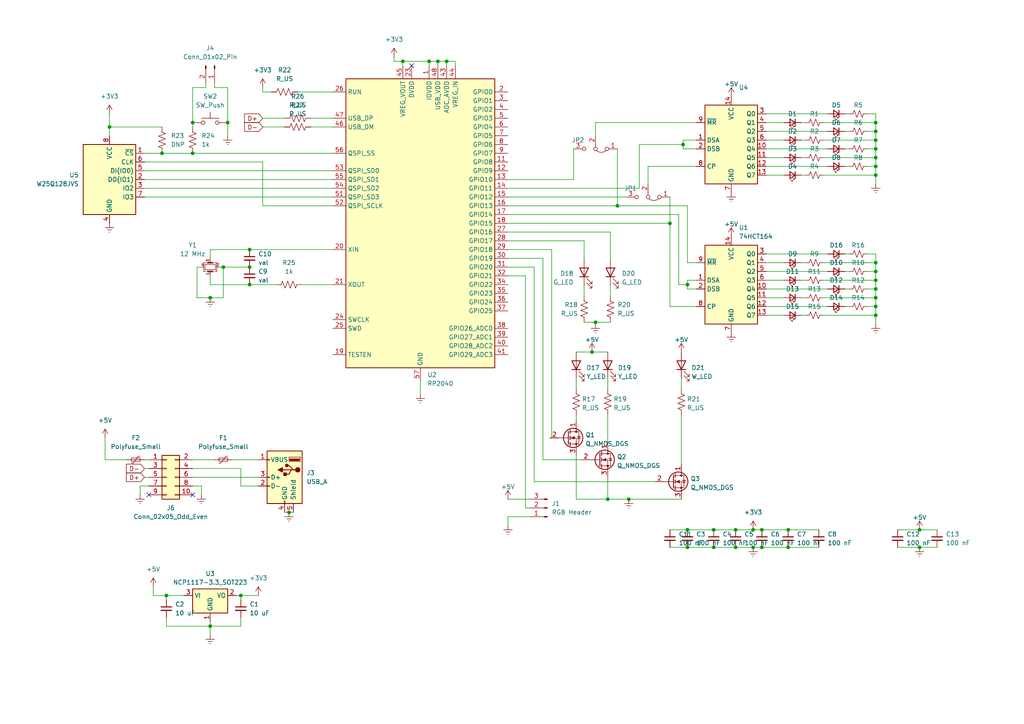
<source format=kicad_sch>
(kicad_sch (version 20230121) (generator eeschema)
  (paper "A4")
  (lib_symbols
    (symbol "74xx:74HCT164"
      (property "Reference" "U" (at 1.905 -13.97 0))
      (property "Value" "74HCT164" (at 1.905 -16.51 0))
      (symbol "74HCT164_1_1"
        (pin input line (at -10.16 0 0) (length 2.54) (name "DSA") (number "1"))
        (pin output line (at 10.16 -2.54 180) (length 2.54) (name "Q4") (number "10"))
        (pin output line (at 10.16 -5.08 180) (length 2.54) (name "Q5") (number "11"))
        (pin output line (at 10.16 -7.62 180) (length 2.54) (name "Q6") (number "12"))
        (pin output line (at 10.16 -10.16 180) (length 2.54) (name "Q7") (number "13"))
        (pin power_in line (at 0 12.7 270) (length 2.54) (name "VCC") (number "14"))
        (pin input line (at -10.16 -2.54 0) (length 2.54) (name "DSB") (number "2"))
        (pin output line (at 10.16 7.62 180) (length 2.54) (name "Q0") (number "3"))
        (pin output line (at 10.16 5.08 180) (length 2.54) (name "Q1") (number "4"))
        (pin output line (at 10.16 2.54 180) (length 2.54) (name "Q2") (number "5"))
        (pin output line (at 10.16 0 180) (length 2.54) (name "Q3") (number "6"))
        (pin power_in line (at 0 -15.24 90) (length 2.54) (name "GND") (number "7"))
        (pin input line (at -10.16 -7.62 0) (length 2.54) (name "CP") (number "8"))
        (pin input line (at -10.16 5.08 0) (length 2.54) (name "~{MR}") (number "9"))
      )
    )
    (symbol "Connector:Conn_01x02_Pin" (pin_names (offset 1.016) hide)
      (property "Reference" "J" (at 0 2.54 0))
      (property "Value" "Conn_01x02_Pin" (at 0 -5.08 0))
      (symbol "Conn_01x02_Pin_1_1"
        (pin passive line (at 5.08 0 180) (length 3.81) (name "Pin_1") (number "1"))
        (pin passive line (at 5.08 -2.54 180) (length 3.81) (name "Pin_2") (number "2"))
      )
    )
    (symbol "Connector:Conn_01x03_Pin" (pin_names (offset 1.016) hide)
      (property "Reference" "J" (at 0 5.08 0))
      (property "Value" "Conn_01x03_Pin" (at 0 -5.08 0))
      (symbol "Conn_01x03_Pin_1_1"
        (pin passive line (at 5.08 2.54 180) (length 3.81) (name "Pin_1") (number "1"))
        (pin passive line (at 5.08 0 180) (length 3.81) (name "Pin_2") (number "2"))
        (pin passive line (at 5.08 -2.54 180) (length 3.81) (name "Pin_3") (number "3"))
      )
    )
    (symbol "Connector:USB_A" (pin_names (offset 1.016))
      (property "Reference" "J" (at -5.08 11.43 0))
      (property "Value" "USB_A" (at -5.08 8.89 0))
      (symbol "USB_A_1_1"
        (pin power_in line (at 7.62 5.08 180) (length 2.54) (name "VBUS") (number "1"))
        (pin bidirectional line (at 7.62 -2.54 180) (length 2.54) (name "D-") (number "2"))
        (pin bidirectional line (at 7.62 0 180) (length 2.54) (name "D+") (number "3"))
        (pin power_in line (at 0 -10.16 90) (length 2.54) (name "GND") (number "4"))
        (pin passive line (at -2.54 -10.16 90) (length 2.54) (name "Shield") (number "5"))
      )
    )
    (symbol "Connector_Generic:Conn_02x05_Odd_Even" (pin_names (offset 1.016) hide)
      (property "Reference" "J" (at 1.27 7.62 0))
      (property "Value" "Conn_02x05_Odd_Even" (at 1.27 -7.62 0))
      (symbol "Conn_02x05_Odd_Even_1_1"
        (pin passive line (at -5.08 5.08 0) (length 3.81) (name "Pin_1") (number "1"))
        (pin passive line (at 7.62 -5.08 180) (length 3.81) (name "Pin_10") (number "10"))
        (pin passive line (at 7.62 5.08 180) (length 3.81) (name "Pin_2") (number "2"))
        (pin passive line (at -5.08 2.54 0) (length 3.81) (name "Pin_3") (number "3"))
        (pin passive line (at 7.62 2.54 180) (length 3.81) (name "Pin_4") (number "4"))
        (pin passive line (at -5.08 0 0) (length 3.81) (name "Pin_5") (number "5"))
        (pin passive line (at 7.62 0 180) (length 3.81) (name "Pin_6") (number "6"))
        (pin passive line (at -5.08 -2.54 0) (length 3.81) (name "Pin_7") (number "7"))
        (pin passive line (at 7.62 -2.54 180) (length 3.81) (name "Pin_8") (number "8"))
        (pin passive line (at -5.08 -5.08 0) (length 3.81) (name "Pin_9") (number "9"))
      )
    )
    (symbol "Device:C_Small" (pin_numbers hide) (pin_names (offset 0.254) hide)
      (property "Reference" "C" (at 0.254 1.778 0))
      (property "Value" "C_Small" (at 0.254 -2.032 0))
      (symbol "C_Small_1_1"
        (pin passive line (at 0 2.54 270) (length 2.032) (name "~") (number "1"))
        (pin passive line (at 0 -2.54 90) (length 2.032) (name "~") (number "2"))
      )
    )
    (symbol "Device:Crystal_GND24_Small" (pin_names (offset 1.016) hide)
      (property "Reference" "Y" (at 1.27 4.445 0))
      (property "Value" "Crystal_GND24_Small" (at 1.27 2.54 0))
      (symbol "Crystal_GND24_Small_1_1"
        (pin passive line (at -2.54 0 0) (length 1.27) (name "1") (number "1"))
        (pin passive line (at 0 -2.54 90) (length 0.635) (name "2") (number "2"))
        (pin passive line (at 2.54 0 180) (length 1.27) (name "3") (number "3"))
        (pin passive line (at 0 2.54 270) (length 0.635) (name "4") (number "4"))
      )
    )
    (symbol "Device:LED" (pin_numbers hide) (pin_names (offset 1.016) hide)
      (property "Reference" "D" (at 0 2.54 0))
      (property "Value" "LED" (at 0 -2.54 0))
      (symbol "LED_1_1"
        (pin passive line (at -3.81 0 0) (length 2.54) (name "K") (number "1"))
        (pin passive line (at 3.81 0 180) (length 2.54) (name "A") (number "2"))
      )
    )
    (symbol "Device:LED_Small" (pin_numbers hide) (pin_names (offset 0.254) hide)
      (property "Reference" "D" (at -1.27 3.175 0))
      (property "Value" "LED_Small" (at -4.445 -2.54 0))
      (symbol "LED_Small_1_1"
        (pin passive line (at -2.54 0 0) (length 1.778) (name "K") (number "1"))
        (pin passive line (at 2.54 0 180) (length 1.778) (name "A") (number "2"))
      )
    )
    (symbol "Device:Polyfuse_Small" (pin_numbers hide) (pin_names (offset 0))
      (property "Reference" "F" (at -1.905 0 90))
      (property "Value" "Polyfuse_Small" (at 1.905 0 90))
      (symbol "Polyfuse_Small_1_1"
        (pin passive line (at 0 2.54 270) (length 0.635) (name "~") (number "1"))
        (pin passive line (at 0 -2.54 90) (length 0.635) (name "~") (number "2"))
      )
    )
    (symbol "Device:Q_NMOS_DGS" (pin_names (offset 0) hide)
      (property "Reference" "Q" (at 5.08 1.27 0))
      (property "Value" "Q_NMOS_DGS" (at 5.08 -1.27 0))
      (symbol "Q_NMOS_DGS_1_1"
        (pin passive line (at 2.54 5.08 270) (length 2.54) (name "D") (number "1"))
        (pin input line (at -5.08 0 0) (length 2.54) (name "G") (number "2"))
        (pin passive line (at 2.54 -5.08 90) (length 2.54) (name "S") (number "3"))
      )
    )
    (symbol "Device:R_Small_US" (pin_numbers hide) (pin_names (offset 0.254) hide)
      (property "Reference" "R" (at 0.762 0.508 0))
      (property "Value" "R_Small_US" (at 0.762 -1.016 0))
      (symbol "R_Small_US_1_1"
        (pin passive line (at 0 2.54 270) (length 1.016) (name "~") (number "1"))
        (pin passive line (at 0 -2.54 90) (length 1.016) (name "~") (number "2"))
      )
    )
    (symbol "Device:R_US" (pin_numbers hide) (pin_names (offset 0))
      (property "Reference" "R" (at 2.54 0 90))
      (property "Value" "R_US" (at -2.54 0 90))
      (symbol "R_US_1_1"
        (pin passive line (at 0 3.81 270) (length 1.27) (name "~") (number "1"))
        (pin passive line (at 0 -3.81 90) (length 1.27) (name "~") (number "2"))
      )
    )
    (symbol "Jumper:Jumper_3_Bridged12" (pin_names (offset 0) hide)
      (property "Reference" "JP" (at -2.54 -2.54 0))
      (property "Value" "Jumper_3_Bridged12" (at 0 2.794 0))
      (symbol "Jumper_3_Bridged12_1_1"
        (pin passive line (at -6.35 0 0) (length 2.54) (name "A") (number "1"))
        (pin passive line (at 0 -3.81 90) (length 2.54) (name "C") (number "2"))
        (pin passive line (at 6.35 0 180) (length 2.54) (name "B") (number "3"))
      )
    )
    (symbol "MCU_RaspberryPi:RP2040"
      (property "Reference" "U" (at 17.78 45.72 0))
      (property "Value" "RP2040" (at 17.78 43.18 0))
      (symbol "RP2040_1_1"
        (pin power_in line (at 2.54 45.72 270) (length 3.81) (name "IOVDD") (number "1"))
        (pin passive line (at 2.54 45.72 270) (length 3.81) hide (name "IOVDD") (number "10"))
        (pin bidirectional line (at 25.4 17.78 180) (length 3.81) (name "GPIO8") (number "11"))
        (pin bidirectional line (at 25.4 15.24 180) (length 3.81) (name "GPIO9") (number "12"))
        (pin bidirectional line (at 25.4 12.7 180) (length 3.81) (name "GPIO10") (number "13"))
        (pin bidirectional line (at 25.4 10.16 180) (length 3.81) (name "GPIO11") (number "14"))
        (pin bidirectional line (at 25.4 7.62 180) (length 3.81) (name "GPIO12") (number "15"))
        (pin bidirectional line (at 25.4 5.08 180) (length 3.81) (name "GPIO13") (number "16"))
        (pin bidirectional line (at 25.4 2.54 180) (length 3.81) (name "GPIO14") (number "17"))
        (pin bidirectional line (at 25.4 0 180) (length 3.81) (name "GPIO15") (number "18"))
        (pin input line (at -25.4 -38.1 0) (length 3.81) (name "TESTEN") (number "19"))
        (pin bidirectional line (at 25.4 38.1 180) (length 3.81) (name "GPIO0") (number "2"))
        (pin input line (at -25.4 -7.62 0) (length 3.81) (name "XIN") (number "20"))
        (pin passive line (at -25.4 -17.78 0) (length 3.81) (name "XOUT") (number "21"))
        (pin passive line (at 2.54 45.72 270) (length 3.81) hide (name "IOVDD") (number "22"))
        (pin power_in line (at -2.54 45.72 270) (length 3.81) (name "DVDD") (number "23"))
        (pin output line (at -25.4 -27.94 0) (length 3.81) (name "SWCLK") (number "24"))
        (pin bidirectional line (at -25.4 -30.48 0) (length 3.81) (name "SWD") (number "25"))
        (pin input line (at -25.4 38.1 0) (length 3.81) (name "RUN") (number "26"))
        (pin bidirectional line (at 25.4 -2.54 180) (length 3.81) (name "GPIO16") (number "27"))
        (pin bidirectional line (at 25.4 -5.08 180) (length 3.81) (name "GPIO17") (number "28"))
        (pin bidirectional line (at 25.4 -7.62 180) (length 3.81) (name "GPIO18") (number "29"))
        (pin bidirectional line (at 25.4 35.56 180) (length 3.81) (name "GPIO1") (number "3"))
        (pin bidirectional line (at 25.4 -10.16 180) (length 3.81) (name "GPIO19") (number "30"))
        (pin bidirectional line (at 25.4 -12.7 180) (length 3.81) (name "GPIO20") (number "31"))
        (pin bidirectional line (at 25.4 -15.24 180) (length 3.81) (name "GPIO21") (number "32"))
        (pin passive line (at 2.54 45.72 270) (length 3.81) hide (name "IOVDD") (number "33"))
        (pin bidirectional line (at 25.4 -17.78 180) (length 3.81) (name "GPIO22") (number "34"))
        (pin bidirectional line (at 25.4 -20.32 180) (length 3.81) (name "GPIO23") (number "35"))
        (pin bidirectional line (at 25.4 -22.86 180) (length 3.81) (name "GPIO24") (number "36"))
        (pin bidirectional line (at 25.4 -25.4 180) (length 3.81) (name "GPIO25") (number "37"))
        (pin bidirectional line (at 25.4 -30.48 180) (length 3.81) (name "GPIO26_ADC0") (number "38"))
        (pin bidirectional line (at 25.4 -33.02 180) (length 3.81) (name "GPIO27_ADC1") (number "39"))
        (pin bidirectional line (at 25.4 33.02 180) (length 3.81) (name "GPIO2") (number "4"))
        (pin bidirectional line (at 25.4 -35.56 180) (length 3.81) (name "GPIO28_ADC2") (number "40"))
        (pin bidirectional line (at 25.4 -38.1 180) (length 3.81) (name "GPIO29_ADC3") (number "41"))
        (pin passive line (at 2.54 45.72 270) (length 3.81) hide (name "IOVDD") (number "42"))
        (pin power_in line (at 7.62 45.72 270) (length 3.81) (name "ADC_AVDD") (number "43"))
        (pin power_in line (at 10.16 45.72 270) (length 3.81) (name "VREG_IN") (number "44"))
        (pin power_out line (at -5.08 45.72 270) (length 3.81) (name "VREG_VOUT") (number "45"))
        (pin bidirectional line (at -25.4 27.94 0) (length 3.81) (name "USB_DM") (number "46"))
        (pin bidirectional line (at -25.4 30.48 0) (length 3.81) (name "USB_DP") (number "47"))
        (pin power_in line (at 5.08 45.72 270) (length 3.81) (name "USB_VDD") (number "48"))
        (pin passive line (at 2.54 45.72 270) (length 3.81) hide (name "IOVDD") (number "49"))
        (pin bidirectional line (at 25.4 30.48 180) (length 3.81) (name "GPIO3") (number "5"))
        (pin passive line (at -2.54 45.72 270) (length 3.81) hide (name "DVDD") (number "50"))
        (pin bidirectional line (at -25.4 7.62 0) (length 3.81) (name "QSPI_SD3") (number "51"))
        (pin output line (at -25.4 5.08 0) (length 3.81) (name "QSPI_SCLK") (number "52"))
        (pin bidirectional line (at -25.4 15.24 0) (length 3.81) (name "QSPI_SD0") (number "53"))
        (pin bidirectional line (at -25.4 10.16 0) (length 3.81) (name "QSPI_SD2") (number "54"))
        (pin bidirectional line (at -25.4 12.7 0) (length 3.81) (name "QSPI_SD1") (number "55"))
        (pin bidirectional line (at -25.4 20.32 0) (length 3.81) (name "QSPI_SS") (number "56"))
        (pin power_in line (at 0 -45.72 90) (length 3.81) (name "GND") (number "57"))
        (pin bidirectional line (at 25.4 27.94 180) (length 3.81) (name "GPIO4") (number "6"))
        (pin bidirectional line (at 25.4 25.4 180) (length 3.81) (name "GPIO5") (number "7"))
        (pin bidirectional line (at 25.4 22.86 180) (length 3.81) (name "GPIO6") (number "8"))
        (pin bidirectional line (at 25.4 20.32 180) (length 3.81) (name "GPIO7") (number "9"))
      )
    )
    (symbol "Memory_Flash:W25Q128JVS"
      (property "Reference" "U" (at -8.89 8.89 0))
      (property "Value" "W25Q128JVS" (at 7.62 8.89 0))
      (symbol "W25Q128JVS_1_1"
        (pin input line (at -10.16 7.62 0) (length 2.54) (name "~{CS}") (number "1"))
        (pin bidirectional line (at -10.16 0 0) (length 2.54) (name "DO(IO1)") (number "2"))
        (pin bidirectional line (at -10.16 -2.54 0) (length 2.54) (name "IO2") (number "3"))
        (pin power_in line (at 0 -12.7 90) (length 2.54) (name "GND") (number "4"))
        (pin bidirectional line (at -10.16 2.54 0) (length 2.54) (name "DI(IO0)") (number "5"))
        (pin input line (at -10.16 5.08 0) (length 2.54) (name "CLK") (number "6"))
        (pin bidirectional line (at -10.16 -5.08 0) (length 2.54) (name "IO3") (number "7"))
        (pin power_in line (at 0 12.7 270) (length 2.54) (name "VCC") (number "8"))
      )
    )
    (symbol "Regulator_Linear:NCP1117-3.3_SOT223"
      (property "Reference" "U" (at -3.81 3.175 0))
      (property "Value" "NCP1117-3.3_SOT223" (at 0 3.175 0))
      (symbol "NCP1117-3.3_SOT223_1_1"
        (pin power_in line (at 0 -7.62 90) (length 2.54) (name "GND") (number "1"))
        (pin power_out line (at 7.62 0 180) (length 2.54) (name "VO") (number "2"))
        (pin power_in line (at -7.62 0 0) (length 2.54) (name "VI") (number "3"))
      )
    )
    (symbol "Switch:SW_Push" (pin_numbers hide) (pin_names (offset 1.016) hide)
      (property "Reference" "SW" (at 1.27 2.54 0))
      (property "Value" "SW_Push" (at 0 -1.524 0))
      (symbol "SW_Push_0_1"
        (pin passive line (at -5.08 0 0) (length 2.54) (name "1") (number "1"))
        (pin passive line (at 5.08 0 180) (length 2.54) (name "2") (number "2"))
      )
    )
    (symbol "power:+3V3" (power) (pin_names (offset 0))
      (property "Value" "+3V3" (at 0 3.556 0))
      (symbol "+3V3_1_1"
        (pin power_in line (at 0 0 90) (length 0) hide (name "+3V3") (number "1"))
      )
    )
    (symbol "power:+5V" (power) (pin_names (offset 0))
      (property "Value" "+5V" (at 0 3.556 0))
      (symbol "+5V_1_1"
        (pin power_in line (at 0 0 90) (length 0) hide (name "+5V") (number "1"))
      )
    )
    (symbol "power:Earth" (power) (pin_names (offset 0))
      (symbol "Earth_1_1"
        (pin power_in line (at 0 0 270) (length 0) hide (name "Earth") (number "1"))
      )
    )
  )
  (junction (at 207.01 153.67))
  (junction (at 31.75 36.83))
  (junction (at 182.372 144.78))
  (junction (at 64.77 77.47))
  (junction (at 60.96 181.61))
  (junction (at 254 88.9))
  (junction (at 72.39 77.47))
  (junction (at 172.72 93.472))
  (junction (at 254 81.28))
  (junction (at 254 86.36))
  (junction (at 254 91.44))
  (junction (at 199.39 153.67))
  (junction (at 254 76.2))
  (junction (at 66.04 35.56))
  (junction (at 72.39 72.39))
  (junction (at 228.6 153.67))
  (junction (at 254 40.64))
  (junction (at 69.85 172.72))
  (junction (at 254 43.18))
  (junction (at 254 48.26))
  (junction (at 171.704 102.108))
  (junction (at 254 35.56))
  (junction (at 116.84 17.78))
  (junction (at 60.96 86.36))
  (junction (at 207.01 158.75))
  (junction (at 46.99 44.45))
  (junction (at 124.46 17.78))
  (junction (at 254 78.74))
  (junction (at 213.36 153.67))
  (junction (at 199.39 158.75))
  (junction (at 220.98 158.75))
  (junction (at 55.88 35.56))
  (junction (at 220.98 153.67))
  (junction (at 129.54 17.78))
  (junction (at 127 17.78))
  (junction (at 266.7 153.67))
  (junction (at 213.36 158.75))
  (junction (at 218.44 158.75))
  (junction (at 266.7 158.75))
  (junction (at 228.6 158.75))
  (junction (at 176.276 144.78))
  (junction (at 55.88 44.45))
  (junction (at 218.44 153.67))
  (junction (at 254 50.8))
  (junction (at 179.07 59.69))
  (junction (at 254 38.1))
  (junction (at 254 45.72))
  (junction (at 199.39 82.55))
  (junction (at 194.31 64.77))
  (junction (at 72.39 82.55))
  (junction (at 198.12 41.91))
  (junction (at 254 83.82))
  (junction (at 83.82 148.59))
  (junction (at 48.26 172.72))
  (no_connect (at 55.88 143.51))
  (no_connect (at 43.18 143.51))
  (no_connect (at 119.38 19.05))
  (wire (pts (xy 199.39 76.2) (xy 199.39 59.69)))
  (wire (pts (xy 227.33 40.64) (xy 222.25 40.64)))
  (wire (pts (xy 62.23 25.4) (xy 62.23 24.13)))
  (wire (pts (xy 199.39 158.75) (xy 207.01 158.75)))
  (wire (pts (xy 76.2 25.4) (xy 76.2 26.67)))
  (wire (pts (xy 260.35 153.67) (xy 266.7 153.67)))
  (wire (pts (xy 197.612 109.728) (xy 197.612 112.776)))
  (wire (pts (xy 66.04 25.4) (xy 66.04 35.56)))
  (wire (pts (xy 114.3 16.51) (xy 114.3 17.78)))
  (wire (pts (xy 198.12 40.64) (xy 198.12 41.91)))
  (wire (pts (xy 60.96 82.55) (xy 60.96 80.01)))
  (wire (pts (xy 254 83.82) (xy 254 86.36)))
  (wire (pts (xy 169.418 93.472) (xy 172.72 93.472)))
  (wire (pts (xy 254 73.66) (xy 254 76.2)))
  (wire (pts (xy 114.3 17.78) (xy 116.84 17.78)))
  (wire (pts (xy 66.04 39.37) (xy 66.04 35.56)))
  (wire (pts (xy 127 17.78) (xy 127 19.05)))
  (wire (pts (xy 147.32 74.93) (xy 157.48 74.93)))
  (wire (pts (xy 64.77 77.47) (xy 72.39 77.47)))
  (wire (pts (xy 254 88.9) (xy 254 91.44)))
  (wire (pts (xy 157.48 133.35) (xy 168.656 133.35)))
  (wire (pts (xy 160.02 72.39) (xy 147.32 72.39)))
  (wire (pts (xy 194.31 57.15) (xy 194.31 64.77)))
  (wire (pts (xy 254 48.26) (xy 254 50.8)))
  (wire (pts (xy 199.39 82.55) (xy 199.39 83.82)))
  (wire (pts (xy 238.76 40.64) (xy 254 40.64)))
  (wire (pts (xy 254 91.44) (xy 254 93.98)))
  (wire (pts (xy 222.25 73.66) (xy 240.03 73.66)))
  (wire (pts (xy 166.37 43.18) (xy 166.37 52.07)))
  (wire (pts (xy 227.33 81.28) (xy 222.25 81.28)))
  (wire (pts (xy 179.07 59.69) (xy 199.39 59.69)))
  (wire (pts (xy 199.39 81.28) (xy 199.39 82.55)))
  (wire (pts (xy 48.26 172.72) (xy 48.26 173.99)))
  (wire (pts (xy 176.276 144.78) (xy 182.372 144.78)))
  (wire (pts (xy 60.96 72.39) (xy 72.39 72.39)))
  (wire (pts (xy 69.85 135.89) (xy 55.88 135.89)))
  (wire (pts (xy 194.31 88.9) (xy 194.31 64.77)))
  (wire (pts (xy 254 40.64) (xy 254 43.18)))
  (wire (pts (xy 116.84 17.78) (xy 124.46 17.78)))
  (wire (pts (xy 72.39 82.55) (xy 60.96 82.55)))
  (wire (pts (xy 227.33 86.36) (xy 222.25 86.36)))
  (wire (pts (xy 227.33 76.2) (xy 222.25 76.2)))
  (wire (pts (xy 182.372 144.78) (xy 197.612 144.78)))
  (wire (pts (xy 251.46 73.66) (xy 254 73.66)))
  (wire (pts (xy 30.48 127) (xy 30.48 133.35)))
  (wire (pts (xy 251.46 78.74) (xy 254 78.74)))
  (wire (pts (xy 232.41 81.28) (xy 233.68 81.28)))
  (wire (pts (xy 254 81.28) (xy 254 83.82)))
  (wire (pts (xy 251.46 33.02) (xy 254 33.02)))
  (wire (pts (xy 127 17.78) (xy 124.46 17.78)))
  (wire (pts (xy 201.93 76.2) (xy 199.39 76.2)))
  (wire (pts (xy 76.2 36.83) (xy 82.55 36.83)))
  (wire (pts (xy 172.72 35.56) (xy 201.93 35.56)))
  (wire (pts (xy 220.98 153.67) (xy 228.6 153.67)))
  (wire (pts (xy 197.612 120.396) (xy 197.612 134.62)))
  (wire (pts (xy 147.32 62.23) (xy 196.85 62.23)))
  (wire (pts (xy 185.42 41.91) (xy 185.42 54.61)))
  (wire (pts (xy 69.85 172.72) (xy 74.93 172.72)))
  (wire (pts (xy 60.96 181.61) (xy 69.85 181.61)))
  (wire (pts (xy 72.39 72.39) (xy 96.52 72.39)))
  (wire (pts (xy 76.2 34.29) (xy 82.55 34.29)))
  (wire (pts (xy 198.12 43.18) (xy 198.12 41.91)))
  (wire (pts (xy 232.41 35.56) (xy 233.68 35.56)))
  (wire (pts (xy 177.038 75.184) (xy 177.038 67.31)))
  (wire (pts (xy 57.15 77.47) (xy 57.15 86.36)))
  (wire (pts (xy 266.7 158.75) (xy 271.78 158.75)))
  (wire (pts (xy 82.55 148.59) (xy 83.82 148.59)))
  (wire (pts (xy 147.32 57.15) (xy 181.61 57.15)))
  (wire (pts (xy 172.72 93.472) (xy 177.038 93.472)))
  (wire (pts (xy 66.04 25.4) (xy 62.23 25.4)))
  (wire (pts (xy 147.32 144.78) (xy 153.67 144.78)))
  (wire (pts (xy 187.96 53.34) (xy 187.96 48.26)))
  (wire (pts (xy 147.32 80.01) (xy 152.4 80.01)))
  (wire (pts (xy 76.2 59.69) (xy 76.2 46.99)))
  (wire (pts (xy 176.276 138.43) (xy 176.276 144.78)))
  (wire (pts (xy 227.33 91.44) (xy 222.25 91.44)))
  (wire (pts (xy 254 91.44) (xy 238.76 91.44)))
  (wire (pts (xy 194.31 153.67) (xy 199.39 153.67)))
  (wire (pts (xy 59.69 25.4) (xy 55.88 25.4)))
  (wire (pts (xy 55.88 138.43) (xy 74.93 138.43)))
  (wire (pts (xy 254 86.36) (xy 254 88.9)))
  (wire (pts (xy 254 76.2) (xy 254 78.74)))
  (wire (pts (xy 227.33 45.72) (xy 222.25 45.72)))
  (wire (pts (xy 160.02 72.39) (xy 160.02 127)))
  (wire (pts (xy 222.25 78.74) (xy 240.03 78.74)))
  (wire (pts (xy 44.45 172.72) (xy 48.26 172.72)))
  (wire (pts (xy 260.35 158.75) (xy 266.7 158.75)))
  (wire (pts (xy 76.2 26.67) (xy 78.74 26.67)))
  (wire (pts (xy 254 33.02) (xy 254 35.56)))
  (wire (pts (xy 87.63 82.55) (xy 96.52 82.55)))
  (wire (pts (xy 69.85 181.61) (xy 69.85 179.07)))
  (wire (pts (xy 196.85 62.23) (xy 196.85 82.55)))
  (wire (pts (xy 227.33 50.8) (xy 222.25 50.8)))
  (wire (pts (xy 213.36 158.75) (xy 218.44 158.75)))
  (wire (pts (xy 55.88 133.35) (xy 62.23 133.35)))
  (wire (pts (xy 132.08 17.78) (xy 132.08 19.05)))
  (wire (pts (xy 238.76 86.36) (xy 254 86.36)))
  (wire (pts (xy 187.96 48.26) (xy 201.93 48.26)))
  (wire (pts (xy 80.01 82.55) (xy 72.39 82.55)))
  (wire (pts (xy 166.37 52.07) (xy 147.32 52.07)))
  (wire (pts (xy 55.88 140.97) (xy 58.42 140.97)))
  (wire (pts (xy 64.77 86.36) (xy 60.96 86.36)))
  (wire (pts (xy 218.44 153.67) (xy 220.98 153.67)))
  (wire (pts (xy 251.46 43.18) (xy 254 43.18)))
  (wire (pts (xy 129.54 17.78) (xy 127 17.78)))
  (wire (pts (xy 154.94 77.47) (xy 147.32 77.47)))
  (wire (pts (xy 116.84 17.78) (xy 116.84 19.05)))
  (wire (pts (xy 222.25 33.02) (xy 240.03 33.02)))
  (wire (pts (xy 147.32 59.69) (xy 179.07 59.69)))
  (wire (pts (xy 74.93 140.97) (xy 69.85 140.97)))
  (wire (pts (xy 254 45.72) (xy 254 48.26)))
  (wire (pts (xy 147.32 149.86) (xy 153.67 149.86)))
  (wire (pts (xy 177.038 67.31) (xy 147.32 67.31)))
  (wire (pts (xy 41.91 44.45) (xy 46.99 44.45)))
  (wire (pts (xy 167.132 102.108) (xy 171.704 102.108)))
  (wire (pts (xy 43.18 133.35) (xy 41.91 133.35)))
  (wire (pts (xy 245.11 73.66) (xy 246.38 73.66)))
  (wire (pts (xy 222.25 38.1) (xy 240.03 38.1)))
  (wire (pts (xy 207.01 158.75) (xy 213.36 158.75)))
  (wire (pts (xy 55.88 35.56) (xy 55.88 36.83)))
  (wire (pts (xy 96.52 59.69) (xy 76.2 59.69)))
  (wire (pts (xy 60.96 180.34) (xy 60.96 181.61)))
  (wire (pts (xy 245.11 78.74) (xy 246.38 78.74)))
  (wire (pts (xy 238.76 81.28) (xy 254 81.28)))
  (wire (pts (xy 167.132 144.78) (xy 176.276 144.78)))
  (wire (pts (xy 160.02 127) (xy 159.512 127)))
  (wire (pts (xy 232.41 86.36) (xy 233.68 86.36)))
  (wire (pts (xy 152.4 80.01) (xy 152.4 147.32)))
  (wire (pts (xy 220.98 158.75) (xy 228.6 158.75)))
  (wire (pts (xy 59.69 24.13) (xy 59.69 25.4)))
  (wire (pts (xy 147.32 152.4) (xy 147.32 149.86)))
  (wire (pts (xy 41.91 54.61) (xy 96.52 54.61)))
  (wire (pts (xy 218.44 158.75) (xy 220.98 158.75)))
  (wire (pts (xy 222.25 88.9) (xy 240.03 88.9)))
  (wire (pts (xy 69.85 140.97) (xy 69.85 135.89)))
  (wire (pts (xy 198.12 41.91) (xy 185.42 41.91)))
  (wire (pts (xy 245.11 83.82) (xy 246.38 83.82)))
  (wire (pts (xy 222.25 43.18) (xy 240.03 43.18)))
  (wire (pts (xy 176.276 120.396) (xy 176.276 128.27)))
  (wire (pts (xy 124.46 17.78) (xy 124.46 19.05)))
  (wire (pts (xy 232.41 50.8) (xy 233.68 50.8)))
  (wire (pts (xy 227.33 35.56) (xy 222.25 35.56)))
  (wire (pts (xy 83.82 148.59) (xy 85.09 148.59)))
  (wire (pts (xy 194.31 158.75) (xy 199.39 158.75)))
  (wire (pts (xy 171.704 102.108) (xy 176.276 102.108)))
  (wire (pts (xy 198.12 43.18) (xy 201.93 43.18)))
  (wire (pts (xy 254 50.8) (xy 238.76 50.8)))
  (wire (pts (xy 232.41 91.44) (xy 233.68 91.44)))
  (wire (pts (xy 167.132 120.396) (xy 167.132 121.92)))
  (wire (pts (xy 172.72 93.472) (xy 172.72 93.98)))
  (wire (pts (xy 196.85 82.55) (xy 199.39 82.55)))
  (wire (pts (xy 228.6 153.67) (xy 237.49 153.67)))
  (wire (pts (xy 199.39 153.67) (xy 207.01 153.67)))
  (wire (pts (xy 55.88 25.4) (xy 55.88 35.56)))
  (wire (pts (xy 41.91 57.15) (xy 96.52 57.15)))
  (wire (pts (xy 199.39 83.82) (xy 201.93 83.82)))
  (wire (pts (xy 251.46 48.26) (xy 254 48.26)))
  (wire (pts (xy 266.7 153.67) (xy 271.78 153.67)))
  (wire (pts (xy 55.88 44.45) (xy 96.52 44.45)))
  (wire (pts (xy 232.41 76.2) (xy 233.68 76.2)))
  (wire (pts (xy 68.58 172.72) (xy 69.85 172.72)))
  (wire (pts (xy 63.5 77.47) (xy 64.77 77.47)))
  (wire (pts (xy 90.17 34.29) (xy 96.52 34.29)))
  (wire (pts (xy 254 43.18) (xy 254 45.72)))
  (wire (pts (xy 167.132 109.728) (xy 167.132 112.776)))
  (wire (pts (xy 176.276 109.728) (xy 176.276 112.776)))
  (wire (pts (xy 222.25 48.26) (xy 240.03 48.26)))
  (wire (pts (xy 154.94 139.7) (xy 154.94 77.47)))
  (wire (pts (xy 254 50.8) (xy 254 53.34)))
  (wire (pts (xy 238.76 35.56) (xy 254 35.56)))
  (wire (pts (xy 76.2 46.99) (xy 41.91 46.99)))
  (wire (pts (xy 121.92 110.49) (xy 121.92 114.3)))
  (wire (pts (xy 238.76 45.72) (xy 254 45.72)))
  (wire (pts (xy 69.85 172.72) (xy 69.85 173.99)))
  (wire (pts (xy 152.4 147.32) (xy 153.67 147.32)))
  (wire (pts (xy 167.132 132.08) (xy 167.132 144.78)))
  (wire (pts (xy 147.32 69.85) (xy 169.418 69.85)))
  (wire (pts (xy 48.26 181.61) (xy 60.96 181.61)))
  (wire (pts (xy 254 78.74) (xy 254 81.28)))
  (wire (pts (xy 43.18 140.97) (xy 40.64 140.97)))
  (wire (pts (xy 251.46 83.82) (xy 254 83.82)))
  (wire (pts (xy 57.15 86.36) (xy 60.96 86.36)))
  (wire (pts (xy 172.72 35.56) (xy 172.72 39.37)))
  (wire (pts (xy 129.54 17.78) (xy 129.54 19.05)))
  (wire (pts (xy 179.07 43.18) (xy 179.07 59.69)))
  (wire (pts (xy 251.46 38.1) (xy 254 38.1)))
  (wire (pts (xy 213.36 153.67) (xy 218.44 153.67)))
  (wire (pts (xy 31.75 33.02) (xy 31.75 36.83)))
  (wire (pts (xy 58.42 140.97) (xy 58.42 143.51)))
  (wire (pts (xy 169.418 82.804) (xy 169.418 85.852)))
  (wire (pts (xy 46.99 44.45) (xy 55.88 44.45)))
  (wire (pts (xy 48.26 179.07) (xy 48.26 181.61)))
  (wire (pts (xy 254 35.56) (xy 254 38.1)))
  (wire (pts (xy 254 38.1) (xy 254 40.64)))
  (wire (pts (xy 169.418 69.85) (xy 169.418 75.184)))
  (wire (pts (xy 41.91 49.53) (xy 96.52 49.53)))
  (wire (pts (xy 60.96 181.61) (xy 60.96 184.15)))
  (wire (pts (xy 41.91 135.89) (xy 43.18 135.89)))
  (wire (pts (xy 228.6 158.75) (xy 237.49 158.75)))
  (wire (pts (xy 157.48 74.93) (xy 157.48 133.35)))
  (wire (pts (xy 129.54 17.78) (xy 132.08 17.78)))
  (wire (pts (xy 232.41 40.64) (xy 233.68 40.64)))
  (wire (pts (xy 189.992 139.7) (xy 154.94 139.7)))
  (wire (pts (xy 245.11 33.02) (xy 246.38 33.02)))
  (wire (pts (xy 245.11 38.1) (xy 246.38 38.1)))
  (wire (pts (xy 90.17 36.83) (xy 96.52 36.83)))
  (wire (pts (xy 177.038 82.804) (xy 177.038 85.852)))
  (wire (pts (xy 31.75 36.83) (xy 46.99 36.83)))
  (wire (pts (xy 31.75 36.83) (xy 31.75 39.37)))
  (wire (pts (xy 41.91 138.43) (xy 43.18 138.43)))
  (wire (pts (xy 232.41 45.72) (xy 233.68 45.72)))
  (wire (pts (xy 238.76 76.2) (xy 254 76.2)))
  (wire (pts (xy 60.96 74.93) (xy 60.96 72.39)))
  (wire (pts (xy 67.31 133.35) (xy 74.93 133.35)))
  (wire (pts (xy 245.11 48.26) (xy 246.38 48.26)))
  (wire (pts (xy 201.93 88.9) (xy 194.31 88.9)))
  (wire (pts (xy 245.11 43.18) (xy 246.38 43.18)))
  (wire (pts (xy 86.36 26.67) (xy 96.52 26.67)))
  (wire (pts (xy 185.42 54.61) (xy 147.32 54.61)))
  (wire (pts (xy 251.46 88.9) (xy 254 88.9)))
  (wire (pts (xy 194.31 64.77) (xy 147.32 64.77)))
  (wire (pts (xy 245.11 88.9) (xy 246.38 88.9)))
  (wire (pts (xy 41.91 52.07) (xy 96.52 52.07)))
  (wire (pts (xy 207.01 153.67) (xy 213.36 153.67)))
  (wire (pts (xy 201.93 81.28) (xy 199.39 81.28)))
  (wire (pts (xy 48.26 172.72) (xy 53.34 172.72)))
  (wire (pts (xy 40.64 140.97) (xy 40.64 143.51)))
  (wire (pts (xy 64.77 77.47) (xy 64.77 86.36)))
  (wire (pts (xy 44.45 170.18) (xy 44.45 172.72)))
  (wire (pts (xy 201.93 40.64) (xy 198.12 40.64)))
  (wire (pts (xy 58.42 77.47) (xy 57.15 77.47)))
  (wire (pts (xy 30.48 133.35) (xy 36.83 133.35)))
  (wire (pts (xy 222.25 83.82) (xy 240.03 83.82)))
  (text "white LEDs \nhttps://www.digikey.com/en/products/filter/led-lighting-white/124?s=N4IgjCBcoCwGxVAYygMwIYBsDOBTANCAPZQDa4ADAJxxUiFgW0X3iMBMAzKwOxic8Y7EAF1CABwAuUEAGVJAJwCWAOwDmIAL7agA" (at 6.096 222.758 0) (effects (font (size 1.27 1.27)) (justify left bottom)))
  (text "amber LEDs\nhttps://www.digikey.com/en/products/filter/led-indication-discrete/105?s=N4IgjCBcoCwGxVAYygMwIYBsDOBTANCAPZQDa4AzAKwBMADFSIWBRQBxVtPgDsNFYHtyp04NGjG6D%2BYLsz4V6IALqEADgBcoIAMoaATgEsAdgHMQAX0IBOOAmggUkDDgLEyIKtbZg63OHQUPAiEVGAwPBChFHY0wnA%2BEKogmtp6RmaWViD2oIYAJtoAtL5x6lqQINwaAJ5quNr52CgWFkA" (at 5.588 230.632 0) (effects (font (size 1.27 1.27)) (justify left bottom)))
  (text "blue LEDs\nhttps://www.digikey.com/en/products/filter/led-indication-discrete/105?s=N4IgjCBcpgbFoDGUBmBDANgZwKYBoQB7KAbRAGYBOAJgBZ4CrqB2ADhAF0CAHAFyhABlXgCcAlgDsA5iAC%2BjZghDJI6bPiKkK1AAy1aELiD4Dh46XNmygA" (at 5.588 236.728 0) (effects (font (size 1.27 1.27)) (justify left bottom)))
  (global_label "D-" (shape input) (at 41.91 135.89 180) (property "Intersheetrefs" "${INTERSHEET_REFS}" (effects hide)))
  (global_label "D+" (shape input) (at 76.2 34.29 180) (property "Intersheetrefs" "${INTERSHEET_REFS}" (effects hide)))
  (global_label "D-" (shape input) (at 76.2 36.83 180) (property "Intersheetrefs" "${INTERSHEET_REFS}" (effects hide)))
  (global_label "D+" (shape input) (at 41.91 138.43 180) (property "Intersheetrefs" "${INTERSHEET_REFS}" (effects hide)))
  (symbol (lib_id "Device:LED_Small") (at 242.57 88.9 180) (unit 1)
    (property "Reference" "D14" (at 242.57 86.36 0))
    (property "Value" "LED_B" (effects hide))
    (property "Footprint" "LED_SMD:LED_0603_1608Metric_Pad1.05x0.95mm_HandSolder" (effects hide))
  )
  (symbol (lib_id "Device:C_Small") (at 199.39 156.21 0) (unit 1)
    (property "Reference" "C3" (at 201.93 154.9463 0) (effects (justify left)))
    (property "Value" "100 nF" (at 201.93 157.4863 0) (effects (justify left)))
    (property "Footprint" "Capacitor_SMD:C_0603_1608Metric_Pad1.08x0.95mm_HandSolder" (effects hide))
  )
  (symbol (lib_id "Device:LED_Small") (at 229.87 45.72 180) (unit 1)
    (property "Reference" "D3" (at 229.87 43.18 0))
    (property "Value" "LED_B" (effects hide))
    (property "Footprint" "LED_SMD:LED_0603_1608Metric_Pad1.05x0.95mm_HandSolder" (effects hide))
  )
  (symbol (lib_id "Device:R_Small_US") (at 248.92 33.02 90) (unit 1)
    (property "Reference" "R5" (at 248.92 30.48 90))
    (property "Value" "R_Small_US" (effects hide))
    (property "Footprint" "Resistor_SMD:R_0603_1608Metric_Pad0.98x0.95mm_HandSolder" (effects hide))
  )
  (symbol (lib_id "power:Earth") (at 58.42 143.51 0) (unit 1)
    (property "Reference" "#PWR03" (effects hide))
    (property "Value" "Earth" (effects hide))
  )
  (symbol (lib_id "power:Earth") (at 182.372 144.78 0) (unit 1)
    (property "Reference" "#PWR011" (effects hide))
    (property "Value" "Earth" (effects hide))
  )
  (symbol (lib_id "power:Earth") (at 212.09 55.88 0) (unit 1)
    (property "Reference" "#PWR02" (effects hide))
    (property "Value" "Earth" (effects hide))
  )
  (symbol (lib_id "power:+5V") (at 44.45 170.18 0) (unit 1)
    (property "Reference" "#PWR023" (effects hide))
    (property "Value" "+5V" (at 44.45 165.1 0))
  )
  (symbol (lib_id "Connector:Conn_01x03_Pin") (at 158.75 147.32 180) (unit 1)
    (property "Reference" "J1" (at 160.02 146.05 0) (effects (justify right)))
    (property "Value" "RGB Header" (at 160.02 148.59 0) (effects (justify right)))
    (property "Footprint" "Connector_PinHeader_2.54mm:PinHeader_1x03_P2.54mm_Horizontal" (effects hide))
  )
  (symbol (lib_id "Device:LED_Small") (at 229.87 76.2 180) (unit 1)
    (property "Reference" "D9" (at 229.87 73.66 0))
    (property "Value" "LED_B" (effects hide))
    (property "Footprint" "LED_SMD:LED_0603_1608Metric_Pad1.05x0.95mm_HandSolder" (effects hide))
  )
  (symbol (lib_id "Jumper:Jumper_3_Bridged12") (at 187.96 57.15 180) (unit 1)
    (property "Reference" "JP1" (at 182.88 54.61 0))
    (property "Value" "Jumper_3_Bridged12" (effects hide))
    (property "Footprint" "Jumper:SolderJumper-3_P1.3mm_Bridged2Bar12_Pad1.0x1.5mm_NumberLabels" (effects hide))
  )
  (symbol (lib_id "Switch:SW_Push") (at 60.96 35.56 0) (unit 1)
    (property "Reference" "SW2" (at 60.96 27.94 0))
    (property "Value" "SW_Push" (at 60.96 30.48 0))
    (property "Footprint" "Button_Switch_THT:SW_TH_Tactile_Omron_B3F-10xx" (effects hide))
  )
  (symbol (lib_id "power:Earth") (at 40.64 143.51 0) (mirror y) (unit 1)
    (property "Reference" "#PWR030" (effects hide))
    (property "Value" "Earth" (effects hide))
  )
  (symbol (lib_id "Jumper:Jumper_3_Bridged12") (at 172.72 43.18 180) (unit 1)
    (property "Reference" "JP2" (at 167.64 40.64 0))
    (property "Value" "Jumper_3_Bridged12" (effects hide))
    (property "Footprint" "Jumper:SolderJumper-3_P1.3mm_Bridged2Bar12_Pad1.0x1.5mm_NumberLabels" (effects hide))
  )
  (symbol (lib_id "Device:LED_Small") (at 242.57 33.02 180) (unit 1)
    (property "Reference" "D5" (at 242.57 30.48 0))
    (property "Value" "LED_B" (effects hide))
    (property "Footprint" "LED_SMD:LED_0603_1608Metric_Pad1.05x0.95mm_HandSolder" (effects hide))
  )
  (symbol (lib_id "Connector:Conn_01x02_Pin") (at 62.23 19.05 270) (unit 1)
    (property "Reference" "J4" (at 60.96 13.97 90))
    (property "Value" "Conn_01x02_Pin" (at 60.96 16.51 90))
    (property "Footprint" "Connector_PinHeader_2.54mm:PinHeader_1x02_P2.54mm_Vertical" (effects hide))
  )
  (symbol (lib_id "Device:C_Small") (at 48.26 176.53 0) (unit 1)
    (property "Reference" "C2" (at 50.8 175.2663 0) (effects (justify left)))
    (property "Value" "10 uF" (at 50.8 177.8063 0) (effects (justify left)))
    (property "Footprint" "Capacitor_SMD:C_0603_1608Metric_Pad1.08x0.95mm_HandSolder" (effects hide))
  )
  (symbol (lib_id "Device:C_Small") (at 207.01 156.21 0) (unit 1)
    (property "Reference" "C4" (at 209.55 154.9463 0) (effects (justify left)))
    (property "Value" "100 nF" (at 209.55 157.4863 0) (effects (justify left)))
    (property "Footprint" "Capacitor_SMD:C_0603_1608Metric_Pad1.08x0.95mm_HandSolder" (effects hide))
  )
  (symbol (lib_id "Device:R_Small_US") (at 236.22 91.44 90) (unit 1)
    (property "Reference" "R15" (at 236.22 88.9 90))
    (property "Value" "R_Small_US" (effects hide))
    (property "Footprint" "Resistor_SMD:R_0603_1608Metric_Pad0.98x0.95mm_HandSolder" (effects hide))
  )
  (symbol (lib_id "Connector_Generic:Conn_02x05_Odd_Even") (at 48.26 138.43 0) (unit 1)
    (property "Reference" "J6" (at 49.53 147.32 0))
    (property "Value" "Conn_02x05_Odd_Even" (at 49.53 149.86 0))
    (property "Footprint" "Connector_PinHeader_2.54mm:PinHeader_1x10_P2.54mm_Horizontal" (effects hide))
  )
  (symbol (lib_id "power:+5V") (at 197.612 102.108 0) (unit 1)
    (property "Reference" "#PWR012" (effects hide))
    (property "Value" "+5V" (at 197.612 98.5322 0))
  )
  (symbol (lib_id "power:Earth") (at 212.09 96.52 0) (unit 1)
    (property "Reference" "#PWR04" (effects hide))
    (property "Value" "Earth" (effects hide))
  )
  (symbol (lib_id "power:+5V") (at 171.704 102.108 0) (unit 1)
    (property "Reference" "#PWR09" (effects hide))
    (property "Value" "+5V" (at 171.704 98.5322 0))
  )
  (symbol (lib_id "Device:LED") (at 177.038 78.994 90) (unit 1)
    (property "Reference" "D20" (at 180.34 79.3115 90) (effects (justify right)))
    (property "Value" "G_LED" (at 180.34 81.8515 90) (effects (justify right)))
    (property "Footprint" "LED_SMD:LED_0603_1608Metric_Pad1.05x0.95mm_HandSolder" (effects hide))
  )
  (symbol (lib_id "power:+5V") (at 30.48 127 0) (unit 1)
    (property "Reference" "#PWR05" (effects hide))
    (property "Value" "+5V" (at 30.48 121.92 0))
  )
  (symbol (lib_id "power:+5V") (at 266.7 153.67 0) (unit 1)
    (property "Reference" "#PWR029" (effects hide))
    (property "Value" "+5V" (at 266.7 150.0942 0))
  )
  (symbol (lib_id "Device:R_US") (at 197.612 116.586 0) (unit 1)
    (property "Reference" "R21" (at 199.263 115.7513 0) (effects (justify left)))
    (property "Value" "R_US" (at 199.263 118.2882 0) (effects (justify left)))
    (property "Footprint" "Resistor_SMD:R_0603_1608Metric_Pad0.98x0.95mm_HandSolder" (effects hide))
  )
  (symbol (lib_id "Device:Polyfuse_Small") (at 39.37 133.35 90) (unit 1)
    (property "Reference" "F2" (at 39.37 127 90))
    (property "Value" "Polyfuse_Small" (at 39.37 129.54 90))
    (property "Footprint" "Fuse:Fuse_1206_3216Metric_Pad1.42x1.75mm_HandSolder" (effects hide))
  )
  (symbol (lib_id "power:Earth") (at 31.75 64.77 0) (unit 1)
    (property "Reference" "#PWR020" (effects hide))
    (property "Value" "Earth" (effects hide))
  )
  (symbol (lib_id "Device:Q_NMOS_DGS") (at 173.736 133.35 0) (unit 1)
    (property "Reference" "Q2" (at 178.943 132.5153 0) (effects (justify left)))
    (property "Value" "Q_NMOS_DGS" (at 178.943 135.0522 0) (effects (justify left)))
    (property "Footprint" "Package_TO_SOT_SMD:SOT-23_Handsoldering" (effects hide))
  )
  (symbol (lib_id "Memory_Flash:W25Q128JVS") (at 31.75 52.07 0) (mirror y) (unit 1)
    (property "Reference" "U5" (at 22.86 50.8 0) (effects (justify left)))
    (property "Value" "W25Q128JVS" (at 22.86 53.34 0) (effects (justify left)))
    (property "Footprint" "Package_SO:SOIC-8_5.23x5.23mm_P1.27mm" (effects hide))
    (property "Datasheet" "http://www.winbond.com/resource-files/w25q128jv_dtr%20revc%2003272018%20plus.pdf" (effects hide))
  )
  (symbol (lib_id "Device:R_US") (at 55.88 40.64 180) (unit 1)
    (property "Reference" "R24" (at 58.42 39.37 0) (effects (justify right)))
    (property "Value" "1k" (at 58.42 41.91 0) (effects (justify right)))
    (property "Footprint" "Resistor_SMD:R_0603_1608Metric_Pad0.98x0.95mm_HandSolder" (effects hide))
  )
  (symbol (lib_id "power:+3V3") (at 31.75 33.02 0) (unit 1)
    (property "Reference" "#PWR019" (effects hide))
    (property "Value" "+3V3" (at 31.75 27.94 0))
  )
  (symbol (lib_id "power:+3V3") (at 218.44 153.67 0) (unit 1)
    (property "Reference" "#PWR024" (effects hide))
    (property "Value" "+3V3" (at 218.44 148.59 0))
  )
  (symbol (lib_id "Device:R_Small_US") (at 248.92 78.74 90) (unit 1)
    (property "Reference" "R10" (at 248.92 76.2 90))
    (property "Value" "R_Small_US" (effects hide))
    (property "Footprint" "Resistor_SMD:R_0603_1608Metric_Pad0.98x0.95mm_HandSolder" (effects hide))
  )
  (symbol (lib_id "Device:LED_Small") (at 229.87 86.36 180) (unit 1)
    (property "Reference" "D13" (at 229.87 83.82 0))
    (property "Value" "LED_B" (effects hide))
    (property "Footprint" "LED_SMD:LED_0603_1608Metric_Pad1.05x0.95mm_HandSolder" (effects hide))
  )
  (symbol (lib_id "Device:R_US") (at 167.132 116.586 0) (unit 1)
    (property "Reference" "R17" (at 168.783 115.7513 0) (effects (justify left)))
    (property "Value" "R_US" (at 168.783 118.2882 0) (effects (justify left)))
    (property "Footprint" "Resistor_SMD:R_0603_1608Metric_Pad0.98x0.95mm_HandSolder" (effects hide))
  )
  (symbol (lib_id "Device:LED") (at 169.418 78.994 90) (unit 1)
    (property "Reference" "D18" (at 166.37 79.3115 90) (effects (justify left)))
    (property "Value" "G_LED" (at 166.37 81.8515 90) (effects (justify left)))
    (property "Footprint" "LED_SMD:LED_0603_1608Metric_Pad1.05x0.95mm_HandSolder" (effects hide))
  )
  (symbol (lib_id "Regulator_Linear:NCP1117-3.3_SOT223") (at 60.96 172.72 0) (unit 1)
    (property "Reference" "U3" (at 60.96 166.37 0))
    (property "Value" "NCP1117-3.3_SOT223" (at 60.96 168.91 0))
    (property "Footprint" "Package_TO_SOT_SMD:SOT-223-3_TabPin2" (effects hide))
    (property "Datasheet" "http://www.onsemi.com/pub_link/Collateral/NCP1117-D.PDF" (effects hide))
  )
  (symbol (lib_id "Device:C_Small") (at 194.31 156.21 0) (unit 1)
    (property "Reference" "C11" (at 196.85 154.9463 0) (effects (justify left)))
    (property "Value" "100 nF" (at 196.85 157.4863 0) (effects (justify left)))
    (property "Footprint" "Capacitor_SMD:C_0603_1608Metric_Pad1.08x0.95mm_HandSolder" (effects hide))
  )
  (symbol (lib_id "Device:C_Small") (at 220.98 156.21 0) (unit 1)
    (property "Reference" "C6" (at 223.52 154.9463 0) (effects (justify left)))
    (property "Value" "100 nF" (at 223.52 157.4863 0) (effects (justify left)))
    (property "Footprint" "Capacitor_SMD:C_0603_1608Metric_Pad1.08x0.95mm_HandSolder" (effects hide))
  )
  (symbol (lib_id "Device:R_Small_US") (at 236.22 81.28 90) (unit 1)
    (property "Reference" "R11" (at 236.22 78.74 90))
    (property "Value" "R_Small_US" (effects hide))
    (property "Footprint" "Resistor_SMD:R_0603_1608Metric_Pad0.98x0.95mm_HandSolder" (effects hide))
  )
  (symbol (lib_id "Device:LED_Small") (at 229.87 40.64 180) (unit 1)
    (property "Reference" "D2" (at 229.87 38.1 0))
    (property "Value" "LED_B" (effects hide))
    (property "Footprint" "LED_SMD:LED_0603_1608Metric_Pad1.05x0.95mm_HandSolder" (effects hide))
  )
  (symbol (lib_id "Device:LED") (at 167.132 105.918 90) (unit 1)
    (property "Reference" "D17" (at 170.053 106.6708 90) (effects (justify right)))
    (property "Value" "Y_LED" (at 170.053 109.2077 90) (effects (justify right)))
    (property "Footprint" "LED_SMD:LED_0603_1608Metric_Pad1.05x0.95mm_HandSolder" (effects hide))
  )
  (symbol (lib_id "power:+5V") (at 147.32 144.78 0) (unit 1)
    (property "Reference" "#PWR015" (effects hide))
    (property "Value" "+5V" (at 147.32 141.2042 0))
  )
  (symbol (lib_id "Connector:USB_A") (at 82.55 138.43 0) (mirror y) (unit 1)
    (property "Reference" "J3" (at 88.9 137.16 0) (effects (justify right)))
    (property "Value" "USB_A" (at 88.9 139.7 0) (effects (justify right)))
    (property "Footprint" "Connector_USB:USB_A_Molex_67643_Horizontal" (effects hide))
    (property "Datasheet" " ~" (effects hide))
  )
  (symbol (lib_id "Device:LED_Small") (at 242.57 48.26 180) (unit 1)
    (property "Reference" "D8" (at 242.57 45.72 0))
    (property "Value" "LED_B" (effects hide))
    (property "Footprint" "LED_SMD:LED_0603_1608Metric_Pad1.05x0.95mm_HandSolder" (effects hide))
  )
  (symbol (lib_id "Device:LED_Small") (at 242.57 38.1 180) (unit 1)
    (property "Reference" "D6" (at 242.57 35.56 0))
    (property "Value" "LED_B" (effects hide))
    (property "Footprint" "LED_SMD:LED_0603_1608Metric_Pad1.05x0.95mm_HandSolder" (effects hide))
  )
  (symbol (lib_id "Device:R_Small_US") (at 236.22 35.56 90) (unit 1)
    (property "Reference" "R1" (at 236.22 33.02 90))
    (property "Value" "R_Small_US" (effects hide))
    (property "Footprint" "Resistor_SMD:R_0603_1608Metric_Pad0.98x0.95mm_HandSolder" (effects hide))
  )
  (symbol (lib_id "Device:C_Small") (at 69.85 176.53 0) (unit 1)
    (property "Reference" "C1" (at 72.39 175.2663 0) (effects (justify left)))
    (property "Value" "10 uF" (at 72.39 177.8063 0) (effects (justify left)))
    (property "Footprint" "Capacitor_SMD:C_0603_1608Metric_Pad1.08x0.95mm_HandSolder" (effects hide))
  )
  (symbol (lib_id "Device:R_US") (at 83.82 82.55 90) (unit 1)
    (property "Reference" "R25" (at 83.82 76.2 90))
    (property "Value" "1k" (at 83.82 78.74 90))
    (property "Footprint" "Resistor_SMD:R_0603_1608Metric_Pad0.98x0.95mm_HandSolder" (effects hide))
  )
  (symbol (lib_id "Device:R_US") (at 82.55 26.67 90) (unit 1)
    (property "Reference" "R22" (at 82.55 20.32 90))
    (property "Value" "R_US" (at 82.55 22.86 90))
    (property "Footprint" "Resistor_SMD:R_0603_1608Metric_Pad0.98x0.95mm_HandSolder" (effects hide))
  )
  (symbol (lib_id "power:+3V3") (at 74.93 172.72 0) (unit 1)
    (property "Reference" "#PWR017" (effects hide))
    (property "Value" "+3V3" (at 74.93 167.64 0))
  )
  (symbol (lib_id "Device:LED") (at 197.612 105.918 90) (unit 1)
    (property "Reference" "D21" (at 200.533 106.6708 90) (effects (justify right)))
    (property "Value" "W_LED" (at 200.533 109.2077 90) (effects (justify right)))
  )
  (symbol (lib_id "Device:R_Small_US") (at 236.22 76.2 90) (unit 1)
    (property "Reference" "R9" (at 236.22 73.66 90))
    (property "Value" "R_Small_US" (effects hide))
    (property "Footprint" "Resistor_SMD:R_0603_1608Metric_Pad0.98x0.95mm_HandSolder" (effects hide))
  )
  (symbol (lib_id "Device:R_Small_US") (at 236.22 50.8 90) (unit 1)
    (property "Reference" "R4" (at 236.22 48.26 90))
    (property "Value" "R_Small_US" (effects hide))
    (property "Footprint" "Resistor_SMD:R_0603_1608Metric_Pad0.98x0.95mm_HandSolder" (effects hide))
  )
  (symbol (lib_id "Device:LED_Small") (at 229.87 35.56 180) (unit 1)
    (property "Reference" "D1" (at 229.87 33.02 0))
    (property "Value" "LED_B" (effects hide))
    (property "Footprint" "LED_SMD:LED_0603_1608Metric_Pad1.05x0.95mm_HandSolder" (effects hide))
  )
  (symbol (lib_id "power:Earth") (at 83.82 148.59 0) (unit 1)
    (property "Reference" "#PWR07" (effects hide))
    (property "Value" "Earth" (effects hide))
  )
  (symbol (lib_id "power:Earth") (at 254 93.98 0) (unit 1)
    (property "Reference" "#PWR013" (effects hide))
    (property "Value" "Earth" (effects hide))
  )
  (symbol (lib_id "power:+3V3") (at 76.2 25.4 0) (unit 1)
    (property "Reference" "#PWR018" (effects hide))
    (property "Value" "+3V3" (at 76.2 20.32 0))
  )
  (symbol (lib_id "Device:LED_Small") (at 229.87 81.28 180) (unit 1)
    (property "Reference" "D11" (at 229.87 78.74 0))
    (property "Value" "LED_B" (effects hide))
    (property "Footprint" "LED_SMD:LED_0603_1608Metric_Pad1.05x0.95mm_HandSolder" (effects hide))
  )
  (symbol (lib_id "Device:R_US") (at 86.36 36.83 90) (unit 1)
    (property "Reference" "R27" (at 86.36 30.48 90))
    (property "Value" "R_US" (at 86.36 33.02 90))
    (property "Footprint" "Resistor_SMD:R_0603_1608Metric_Pad0.98x0.95mm_HandSolder" (effects hide))
  )
  (symbol (lib_id "Device:C_Small") (at 260.35 156.21 0) (unit 1)
    (property "Reference" "C12" (at 262.89 154.9463 0) (effects (justify left)))
    (property "Value" "100 nF" (at 262.89 157.4863 0) (effects (justify left)))
    (property "Footprint" "Capacitor_SMD:C_0603_1608Metric_Pad1.08x0.95mm_HandSolder" (effects hide))
  )
  (symbol (lib_id "Device:Polyfuse_Small") (at 64.77 133.35 90) (unit 1)
    (property "Reference" "F1" (at 64.77 127 90))
    (property "Value" "Polyfuse_Small" (at 64.77 129.54 90))
    (property "Footprint" "Fuse:Fuse_1206_3216Metric_Pad1.42x1.75mm_HandSolder" (effects hide))
  )
  (symbol (lib_id "Device:C_Small") (at 213.36 156.21 0) (unit 1)
    (property "Reference" "C5" (at 215.9 154.9463 0) (effects (justify left)))
    (property "Value" "100 nF" (at 215.9 157.4863 0) (effects (justify left)))
    (property "Footprint" "Capacitor_SMD:C_0603_1608Metric_Pad1.08x0.95mm_HandSolder" (effects hide))
  )
  (symbol (lib_id "Device:C_Small") (at 271.78 156.21 0) (unit 1)
    (property "Reference" "C13" (at 274.32 154.9463 0) (effects (justify left)))
    (property "Value" "100 nF" (at 274.32 157.4863 0) (effects (justify left)))
    (property "Footprint" "Capacitor_SMD:C_0603_1608Metric_Pad1.08x0.95mm_HandSolder" (effects hide))
  )
  (symbol (lib_id "Device:C_Small") (at 72.39 74.93 0) (unit 1)
    (property "Reference" "C10" (at 74.93 73.6663 0) (effects (justify left)))
    (property "Value" "val" (at 74.93 76.2063 0) (effects (justify left)))
    (property "Footprint" "Capacitor_SMD:C_0603_1608Metric_Pad1.08x0.95mm_HandSolder" (effects hide))
  )
  (symbol (lib_id "Device:R_Small_US") (at 248.92 83.82 90) (unit 1)
    (property "Reference" "R12" (at 248.92 81.28 90))
    (property "Value" "R_Small_US" (effects hide))
    (property "Footprint" "Resistor_SMD:R_0603_1608Metric_Pad0.98x0.95mm_HandSolder" (effects hide))
  )
  (symbol (lib_id "power:Earth") (at 60.96 86.36 0) (unit 1)
    (property "Reference" "#PWR022" (effects hide))
    (property "Value" "Earth" (effects hide))
  )
  (symbol (lib_id "Device:R_Small_US") (at 248.92 88.9 90) (unit 1)
    (property "Reference" "R14" (at 248.92 86.36 90))
    (property "Value" "R_Small_US" (effects hide))
    (property "Footprint" "Resistor_SMD:R_0603_1608Metric_Pad0.98x0.95mm_HandSolder" (effects hide))
  )
  (symbol (lib_id "74xx:74HCT164") (at 212.09 81.28 0) (unit 1)
    (property "Reference" "U1" (at 214.2841 66.04 0) (effects (justify left)))
    (property "Value" "74HCT164" (at 214.2841 68.58 0) (effects (justify left)))
    (property "Footprint" "Package_SO:SO-14_3.9x8.65mm_P1.27mm" (effects hide))
    (property "Datasheet" "https://assets.nexperia.com/documents/data-sheet/74HC_HCT164.pdf" (effects hide))
  )
  (symbol (lib_id "power:Earth") (at 66.04 39.37 0) (unit 1)
    (property "Reference" "#PWR021" (effects hide))
    (property "Value" "Earth" (effects hide))
  )
  (symbol (lib_id "Device:R_Small_US") (at 248.92 38.1 90) (unit 1)
    (property "Reference" "R6" (at 248.92 35.56 90))
    (property "Value" "R_Small_US" (effects hide))
    (property "Footprint" "Resistor_SMD:R_0603_1608Metric_Pad0.98x0.95mm_HandSolder" (effects hide))
  )
  (symbol (lib_id "Device:C_Small") (at 228.6 156.21 0) (unit 1)
    (property "Reference" "C7" (at 231.14 154.9463 0) (effects (justify left)))
    (property "Value" "100 nF" (at 231.14 157.4863 0) (effects (justify left)))
    (property "Footprint" "Capacitor_SMD:C_0603_1608Metric_Pad1.08x0.95mm_HandSolder" (effects hide))
  )
  (symbol (lib_id "Device:R_US") (at 177.038 89.662 0) (unit 1)
    (property "Reference" "R20" (at 179.07 88.392 0) (effects (justify left)))
    (property "Value" "R_US" (at 179.07 90.932 0) (effects (justify left)))
    (property "Footprint" "Resistor_SMD:R_0603_1608Metric_Pad0.98x0.95mm_HandSolder" (effects hide))
  )
  (symbol (lib_id "Device:LED_Small") (at 242.57 43.18 180) (unit 1)
    (property "Reference" "D7" (at 242.57 40.64 0))
    (property "Value" "LED_B" (effects hide))
    (property "Footprint" "LED_SMD:LED_0603_1608Metric_Pad1.05x0.95mm_HandSolder" (effects hide))
  )
  (symbol (lib_id "Device:LED") (at 176.276 105.918 90) (unit 1)
    (property "Reference" "D19" (at 179.197 106.6708 90) (effects (justify right)))
    (property "Value" "Y_LED" (at 179.197 109.2077 90) (effects (justify right)))
    (property "Footprint" "LED_SMD:LED_0603_1608Metric_Pad1.05x0.95mm_HandSolder" (effects hide))
  )
  (symbol (lib_id "74xx:74HCT164") (at 212.09 40.64 0) (unit 1)
    (property "Reference" "U4" (at 214.2841 25.4 0) (effects (justify left)))
    (property "Value" "74HCT164" (effects hide))
    (property "Footprint" "Package_SO:SO-14_3.9x8.65mm_P1.27mm" (effects hide))
    (property "Datasheet" "https://assets.nexperia.com/documents/data-sheet/74HC_HCT164.pdf" (effects hide))
  )
  (symbol (lib_id "power:Earth") (at 172.72 93.98 0) (unit 1)
    (property "Reference" "#PWR010" (effects hide))
    (property "Value" "Earth" (effects hide))
  )
  (symbol (lib_id "Device:Crystal_GND24_Small") (at 60.96 77.47 90) (unit 1)
    (property "Reference" "Y1" (at 55.88 71.12 90))
    (property "Value" "12 MHz" (at 55.88 73.66 90))
  )
  (symbol (lib_id "power:Earth") (at 60.96 184.15 0) (unit 1)
    (property "Reference" "#PWR06" (effects hide))
    (property "Value" "Earth" (effects hide))
  )
  (symbol (lib_id "power:Earth") (at 266.7 158.75 0) (unit 1)
    (property "Reference" "#PWR026" (effects hide))
    (property "Value" "Earth" (effects hide))
  )
  (symbol (lib_id "Device:LED_Small") (at 229.87 91.44 180) (unit 1)
    (property "Reference" "D15" (at 229.87 88.9 0))
    (property "Value" "LED_B" (effects hide))
    (property "Footprint" "LED_SMD:LED_0603_1608Metric_Pad1.05x0.95mm_HandSolder" (effects hide))
  )
  (symbol (lib_id "MCU_RaspberryPi:RP2040") (at 121.92 64.77 0) (unit 1)
    (property "Reference" "U2" (at 123.9394 108.7104 0) (effects (justify left)))
    (property "Value" "RP2040" (at 123.9394 111.2473 0) (effects (justify left)))
    (property "Footprint" "Package_DFN_QFN:QFN-56-1EP_7x7mm_P0.4mm_EP3.2x3.2mm" (effects hide))
    (property "Datasheet" "https://datasheets.raspberrypi.com/rp2040/rp2040-datasheet.pdf" (effects hide))
  )
  (symbol (lib_id "Device:R_Small_US") (at 236.22 40.64 90) (unit 1)
    (property "Reference" "R2" (at 236.22 38.1 90))
    (property "Value" "R_Small_US" (effects hide))
    (property "Footprint" "Resistor_SMD:R_0603_1608Metric_Pad0.98x0.95mm_HandSolder" (effects hide))
  )
  (symbol (lib_id "Device:R_US") (at 86.36 34.29 90) (unit 1)
    (property "Reference" "R26" (at 86.36 27.94 90))
    (property "Value" "R_US" (at 86.36 30.48 90))
    (property "Footprint" "Resistor_SMD:R_0603_1608Metric_Pad0.98x0.95mm_HandSolder" (effects hide))
  )
  (symbol (lib_id "power:+5V") (at 212.09 27.94 0) (unit 1)
    (property "Reference" "#PWR027" (effects hide))
    (property "Value" "+5V" (at 212.09 24.3642 0))
  )
  (symbol (lib_id "power:Earth") (at 121.92 114.3 0) (unit 1)
    (property "Reference" "#PWR08" (effects hide))
    (property "Value" "Earth" (effects hide))
  )
  (symbol (lib_id "Device:LED_Small") (at 242.57 83.82 180) (unit 1)
    (property "Reference" "D12" (at 242.57 81.28 0))
    (property "Value" "LED_B" (effects hide))
    (property "Footprint" "LED_SMD:LED_0603_1608Metric_Pad1.05x0.95mm_HandSolder" (effects hide))
  )
  (symbol (lib_id "Device:R_US") (at 169.418 89.662 0) (unit 1)
    (property "Reference" "R18" (at 167.64 88.392 0) (effects (justify right)))
    (property "Value" "R_US" (at 167.64 90.932 0) (effects (justify right)))
    (property "Footprint" "Resistor_SMD:R_0603_1608Metric_Pad0.98x0.95mm_HandSolder" (effects hide))
  )
  (symbol (lib_id "power:Earth") (at 147.32 152.4 0) (unit 1)
    (property "Reference" "#PWR01" (effects hide))
    (property "Value" "Earth" (effects hide))
  )
  (symbol (lib_id "Device:R_Small_US") (at 236.22 86.36 90) (unit 1)
    (property "Reference" "R13" (at 236.22 83.82 90))
    (property "Value" "R_Small_US" (effects hide))
    (property "Footprint" "Resistor_SMD:R_0603_1608Metric_Pad0.98x0.95mm_HandSolder" (effects hide))
  )
  (symbol (lib_id "Device:Q_NMOS_DGS") (at 195.072 139.7 0) (unit 1)
    (property "Reference" "Q3" (at 200.279 138.8653 0) (effects (justify left)))
    (property "Value" "Q_NMOS_DGS" (at 200.279 141.4022 0) (effects (justify left)))
    (property "Footprint" "Package_TO_SOT_SMD:SOT-23_Handsoldering" (effects hide))
  )
  (symbol (lib_id "Device:C_Small") (at 72.39 80.01 0) (unit 1)
    (property "Reference" "C9" (at 74.93 78.7463 0) (effects (justify left)))
    (property "Value" "val" (at 74.93 81.2863 0) (effects (justify left)))
    (property "Footprint" "Capacitor_SMD:C_0603_1608Metric_Pad1.08x0.95mm_HandSolder" (effects hide))
  )
  (symbol (lib_id "Device:R_US") (at 46.99 40.64 180) (unit 1)
    (property "Reference" "R23" (at 49.53 39.37 0) (effects (justify right)))
    (property "Value" "DNP" (at 49.53 41.91 0) (effects (justify right)))
    (property "Footprint" "Resistor_SMD:R_0603_1608Metric_Pad0.98x0.95mm_HandSolder" (effects hide))
  )
  (symbol (lib_id "Device:R_Small_US") (at 248.92 73.66 90) (unit 1)
    (property "Reference" "R16" (at 248.92 71.12 90))
    (property "Value" "R_Small_US" (effects hide))
    (property "Footprint" "Resistor_SMD:R_0603_1608Metric_Pad0.98x0.95mm_HandSolder" (effects hide))
  )
  (symbol (lib_id "Device:LED_Small") (at 229.87 50.8 180) (unit 1)
    (property "Reference" "D4" (at 229.87 48.26 0))
    (property "Value" "LED_B" (effects hide))
    (property "Footprint" "LED_SMD:LED_0603_1608Metric_Pad1.05x0.95mm_HandSolder" (effects hide))
  )
  (symbol (lib_id "Device:R_US") (at 176.276 116.586 0) (unit 1)
    (property "Reference" "R19" (at 177.927 115.7513 0) (effects (justify left)))
    (property "Value" "R_US" (at 177.927 118.2882 0) (effects (justify left)))
    (property "Footprint" "Resistor_SMD:R_0603_1608Metric_Pad0.98x0.95mm_HandSolder" (effects hide))
  )
  (symbol (lib_id "Device:R_Small_US") (at 248.92 48.26 90) (unit 1)
    (property "Reference" "R8" (at 248.92 45.72 90))
    (property "Value" "R_Small_US" (effects hide))
    (property "Footprint" "Resistor_SMD:R_0603_1608Metric_Pad0.98x0.95mm_HandSolder" (effects hide))
  )
  (symbol (lib_id "Device:R_Small_US") (at 248.92 43.18 90) (unit 1)
    (property "Reference" "R7" (at 248.92 40.64 90))
    (property "Value" "R_Small_US" (effects hide))
    (property "Footprint" "Resistor_SMD:R_0603_1608Metric_Pad0.98x0.95mm_HandSolder" (effects hide))
  )
  (symbol (lib_id "Device:R_Small_US") (at 236.22 45.72 90) (unit 1)
    (property "Reference" "R3" (at 236.22 43.18 90))
    (property "Value" "R_Small_US" (effects hide))
    (property "Footprint" "Resistor_SMD:R_0603_1608Metric_Pad0.98x0.95mm_HandSolder" (effects hide))
  )
  (symbol (lib_id "power:+5V") (at 212.09 68.58 0) (unit 1)
    (property "Reference" "#PWR028" (effects hide))
    (property "Value" "+5V" (at 212.09 65.0042 0))
  )
  (symbol (lib_id "power:+3V3") (at 114.3 16.51 0) (unit 1)
    (property "Reference" "#PWR016" (effects hide))
    (property "Value" "+3V3" (at 114.3 11.43 0))
  )
  (symbol (lib_id "Device:C_Small") (at 237.49 156.21 0) (unit 1)
    (property "Reference" "C8" (at 240.03 154.9463 0) (effects (justify left)))
    (property "Value" "100 nF" (at 240.03 157.4863 0) (effects (justify left)))
    (property "Footprint" "Capacitor_SMD:C_0603_1608Metric_Pad1.08x0.95mm_HandSolder" (effects hide))
  )
  (symbol (lib_id "power:Earth") (at 218.44 158.75 0) (unit 1)
    (property "Reference" "#PWR025" (effects hide))
    (property "Value" "Earth" (effects hide))
  )
  (symbol (lib_id "Device:Q_NMOS_DGS") (at 164.592 127 0) (unit 1)
    (property "Reference" "Q1" (at 169.799 126.1653 0) (effects (justify left)))
    (property "Value" "Q_NMOS_DGS" (at 169.799 128.7022 0) (effects (justify left)))
    (property "Footprint" "Package_TO_SOT_SMD:SOT-23_Handsoldering" (effects hide))
  )
  (symbol (lib_id "Device:LED_Small") (at 242.57 78.74 180) (unit 1)
    (property "Reference" "D10" (at 242.57 76.2 0))
    (property "Value" "LED_B" (effects hide))
    (property "Footprint" "LED_SMD:LED_0603_1608Metric_Pad1.05x0.95mm_HandSolder" (effects hide))
  )
  (symbol (lib_id "power:Earth") (at 254 53.34 0) (unit 1)
    (property "Reference" "#PWR014" (effects hide))
    (property "Value" "Earth" (effects hide))
  )
  (symbol (lib_id "Device:LED_Small") (at 242.57 73.66 180) (unit 1)
    (property "Reference" "D16" (at 242.57 71.12 0))
    (property "Value" "LED_B" (effects hide))
    (property "Footprint" "LED_SMD:LED_0603_1608Metric_Pad1.05x0.95mm_HandSolder" (effects hide))
  )
)
</source>
